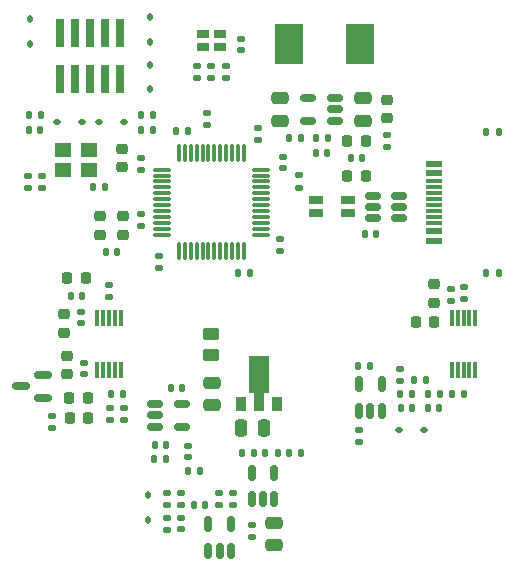
<source format=gbr>
%TF.GenerationSoftware,KiCad,Pcbnew,(7.0.0)*%
%TF.CreationDate,2023-08-19T19:02:20+01:00*%
%TF.ProjectId,Nemesis-MixSigPCB,4e656d65-7369-4732-9d4d-697853696750,rev?*%
%TF.SameCoordinates,Original*%
%TF.FileFunction,Paste,Top*%
%TF.FilePolarity,Positive*%
%FSLAX46Y46*%
G04 Gerber Fmt 4.6, Leading zero omitted, Abs format (unit mm)*
G04 Created by KiCad (PCBNEW (7.0.0)) date 2023-08-19 19:02:20*
%MOMM*%
%LPD*%
G01*
G04 APERTURE LIST*
G04 Aperture macros list*
%AMRoundRect*
0 Rectangle with rounded corners*
0 $1 Rounding radius*
0 $2 $3 $4 $5 $6 $7 $8 $9 X,Y pos of 4 corners*
0 Add a 4 corners polygon primitive as box body*
4,1,4,$2,$3,$4,$5,$6,$7,$8,$9,$2,$3,0*
0 Add four circle primitives for the rounded corners*
1,1,$1+$1,$2,$3*
1,1,$1+$1,$4,$5*
1,1,$1+$1,$6,$7*
1,1,$1+$1,$8,$9*
0 Add four rect primitives between the rounded corners*
20,1,$1+$1,$2,$3,$4,$5,0*
20,1,$1+$1,$4,$5,$6,$7,0*
20,1,$1+$1,$6,$7,$8,$9,0*
20,1,$1+$1,$8,$9,$2,$3,0*%
%AMFreePoly0*
4,1,9,3.862500,-0.866500,0.737500,-0.866500,0.737500,-0.450000,-0.737500,-0.450000,-0.737500,0.450000,0.737500,0.450000,0.737500,0.866500,3.862500,0.866500,3.862500,-0.866500,3.862500,-0.866500,$1*%
G04 Aperture macros list end*
%ADD10R,0.300000X1.450000*%
%ADD11RoundRect,0.140000X-0.170000X0.140000X-0.170000X-0.140000X0.170000X-0.140000X0.170000X0.140000X0*%
%ADD12RoundRect,0.250000X-0.475000X0.250000X-0.475000X-0.250000X0.475000X-0.250000X0.475000X0.250000X0*%
%ADD13RoundRect,0.135000X-0.135000X-0.185000X0.135000X-0.185000X0.135000X0.185000X-0.135000X0.185000X0*%
%ADD14RoundRect,0.140000X0.140000X0.170000X-0.140000X0.170000X-0.140000X-0.170000X0.140000X-0.170000X0*%
%ADD15RoundRect,0.135000X0.185000X-0.135000X0.185000X0.135000X-0.185000X0.135000X-0.185000X-0.135000X0*%
%ADD16RoundRect,0.112500X0.112500X-0.187500X0.112500X0.187500X-0.112500X0.187500X-0.112500X-0.187500X0*%
%ADD17RoundRect,0.075000X-0.662500X-0.075000X0.662500X-0.075000X0.662500X0.075000X-0.662500X0.075000X0*%
%ADD18RoundRect,0.075000X-0.075000X-0.662500X0.075000X-0.662500X0.075000X0.662500X-0.075000X0.662500X0*%
%ADD19RoundRect,0.140000X0.170000X-0.140000X0.170000X0.140000X-0.170000X0.140000X-0.170000X-0.140000X0*%
%ADD20RoundRect,0.135000X-0.185000X0.135000X-0.185000X-0.135000X0.185000X-0.135000X0.185000X0.135000X0*%
%ADD21RoundRect,0.150000X0.150000X-0.512500X0.150000X0.512500X-0.150000X0.512500X-0.150000X-0.512500X0*%
%ADD22RoundRect,0.135000X0.135000X0.185000X-0.135000X0.185000X-0.135000X-0.185000X0.135000X-0.185000X0*%
%ADD23RoundRect,0.225000X0.250000X-0.225000X0.250000X0.225000X-0.250000X0.225000X-0.250000X-0.225000X0*%
%ADD24RoundRect,0.250000X0.450000X-0.262500X0.450000X0.262500X-0.450000X0.262500X-0.450000X-0.262500X0*%
%ADD25R,0.740000X2.400000*%
%ADD26RoundRect,0.218750X0.256250X-0.218750X0.256250X0.218750X-0.256250X0.218750X-0.256250X-0.218750X0*%
%ADD27R,1.450000X0.600000*%
%ADD28R,1.450000X0.300000*%
%ADD29RoundRect,0.150000X0.512500X0.150000X-0.512500X0.150000X-0.512500X-0.150000X0.512500X-0.150000X0*%
%ADD30R,2.350000X3.500000*%
%ADD31RoundRect,0.250000X0.250000X0.475000X-0.250000X0.475000X-0.250000X-0.475000X0.250000X-0.475000X0*%
%ADD32R,1.400000X1.200000*%
%ADD33RoundRect,0.140000X-0.140000X-0.170000X0.140000X-0.170000X0.140000X0.170000X-0.140000X0.170000X0*%
%ADD34RoundRect,0.225000X-0.250000X0.225000X-0.250000X-0.225000X0.250000X-0.225000X0.250000X0.225000X0*%
%ADD35RoundRect,0.150000X0.587500X0.150000X-0.587500X0.150000X-0.587500X-0.150000X0.587500X-0.150000X0*%
%ADD36RoundRect,0.225000X0.225000X0.250000X-0.225000X0.250000X-0.225000X-0.250000X0.225000X-0.250000X0*%
%ADD37RoundRect,0.112500X-0.112500X0.187500X-0.112500X-0.187500X0.112500X-0.187500X0.112500X0.187500X0*%
%ADD38RoundRect,0.112500X0.187500X0.112500X-0.187500X0.112500X-0.187500X-0.112500X0.187500X-0.112500X0*%
%ADD39RoundRect,0.112500X-0.187500X-0.112500X0.187500X-0.112500X0.187500X0.112500X-0.187500X0.112500X0*%
%ADD40RoundRect,0.225000X-0.225000X-0.250000X0.225000X-0.250000X0.225000X0.250000X-0.225000X0.250000X0*%
%ADD41RoundRect,0.150000X-0.512500X-0.150000X0.512500X-0.150000X0.512500X0.150000X-0.512500X0.150000X0*%
%ADD42RoundRect,0.147500X0.147500X0.172500X-0.147500X0.172500X-0.147500X-0.172500X0.147500X-0.172500X0*%
%ADD43R,1.200000X0.700000*%
%ADD44R,0.900000X1.300000*%
%ADD45FreePoly0,90.000000*%
%ADD46R,1.000000X0.800000*%
G04 APERTURE END LIST*
D10*
%TO.C,U303*%
X135349999Y-97219999D03*
X135849999Y-97219999D03*
X136349999Y-97219999D03*
X136849999Y-97219999D03*
X137349999Y-97219999D03*
X137349999Y-92819999D03*
X136849999Y-92819999D03*
X136349999Y-92819999D03*
X135849999Y-92819999D03*
X135349999Y-92819999D03*
%TD*%
%TO.C,U400*%
X165349999Y-97219999D03*
X165849999Y-97219999D03*
X166349999Y-97219999D03*
X166849999Y-97219999D03*
X167349999Y-97219999D03*
X167349999Y-92819999D03*
X166849999Y-92819999D03*
X166349999Y-92819999D03*
X165849999Y-92819999D03*
X165349999Y-92819999D03*
%TD*%
D11*
%TO.C,C303*%
X146850000Y-107620000D03*
X146850000Y-108580000D03*
%TD*%
D12*
%TO.C,C105*%
X157840000Y-74170000D03*
X157840000Y-76070000D03*
%TD*%
D13*
%TO.C,R304*%
X142980000Y-105745000D03*
X144000000Y-105745000D03*
%TD*%
D14*
%TO.C,C306*%
X142520000Y-98720000D03*
X141560000Y-98720000D03*
%TD*%
D15*
%TO.C,R301*%
X141210000Y-110720000D03*
X141210000Y-109700000D03*
%TD*%
D16*
%TO.C,D202*%
X139830000Y-73420000D03*
X139830000Y-71320000D03*
%TD*%
D15*
%TO.C,R103*%
X159840000Y-78280000D03*
X159840000Y-77260000D03*
%TD*%
D17*
%TO.C,U200*%
X140837500Y-80220000D03*
X140837500Y-80720000D03*
X140837500Y-81220000D03*
X140837500Y-81720000D03*
X140837500Y-82220000D03*
X140837500Y-82720000D03*
X140837500Y-83220000D03*
X140837500Y-83720000D03*
X140837500Y-84220000D03*
X140837500Y-84720000D03*
X140837500Y-85220000D03*
X140837500Y-85720000D03*
D18*
X142250000Y-87132500D03*
X142750000Y-87132500D03*
X143250000Y-87132500D03*
X143750000Y-87132500D03*
X144250000Y-87132500D03*
X144750000Y-87132500D03*
X145250000Y-87132500D03*
X145750000Y-87132500D03*
X146250000Y-87132500D03*
X146750000Y-87132500D03*
X147250000Y-87132500D03*
X147750000Y-87132500D03*
D17*
X149162500Y-85720000D03*
X149162500Y-85220000D03*
X149162500Y-84720000D03*
X149162500Y-84220000D03*
X149162500Y-83720000D03*
X149162500Y-83220000D03*
X149162500Y-82720000D03*
X149162500Y-82220000D03*
X149162500Y-81720000D03*
X149162500Y-81220000D03*
X149162500Y-80720000D03*
X149162500Y-80220000D03*
D18*
X147750000Y-78807500D03*
X147250000Y-78807500D03*
X146750000Y-78807500D03*
X146250000Y-78807500D03*
X145750000Y-78807500D03*
X145250000Y-78807500D03*
X144750000Y-78807500D03*
X144250000Y-78807500D03*
X143750000Y-78807500D03*
X143250000Y-78807500D03*
X142750000Y-78807500D03*
X142250000Y-78807500D03*
%TD*%
D14*
%TO.C,C202*%
X148230000Y-89000000D03*
X147270000Y-89000000D03*
%TD*%
%TO.C,C302*%
X144490000Y-108570000D03*
X143530000Y-108570000D03*
%TD*%
D13*
%TO.C,R305*%
X140180000Y-104745000D03*
X141200000Y-104745000D03*
%TD*%
D19*
%TO.C,C305*%
X143000000Y-104545000D03*
X143000000Y-103585000D03*
%TD*%
D14*
%TO.C,C212*%
X130520000Y-76850000D03*
X129560000Y-76850000D03*
%TD*%
D20*
%TO.C,R303*%
X145650000Y-107590000D03*
X145650000Y-108610000D03*
%TD*%
D21*
%TO.C,U102*%
X148400000Y-108137500D03*
X149350000Y-108137500D03*
X150300000Y-108137500D03*
X150300000Y-105862500D03*
X148400000Y-105862500D03*
%TD*%
D13*
%TO.C,R403*%
X162190000Y-98020000D03*
X163210000Y-98020000D03*
%TD*%
D22*
%TO.C,R213*%
X130550000Y-75600000D03*
X129530000Y-75600000D03*
%TD*%
%TO.C,R211*%
X140060000Y-75600000D03*
X139040000Y-75600000D03*
%TD*%
D23*
%TO.C,C200*%
X137400000Y-79995000D03*
X137400000Y-78445000D03*
%TD*%
D15*
%TO.C,R201*%
X129450000Y-81760000D03*
X129450000Y-80740000D03*
%TD*%
D19*
%TO.C,C201*%
X139040000Y-80220000D03*
X139040000Y-79260000D03*
%TD*%
D12*
%TO.C,C104*%
X150840000Y-74170000D03*
X150840000Y-76070000D03*
%TD*%
D19*
%TO.C,C203*%
X151100000Y-80080000D03*
X151100000Y-79120000D03*
%TD*%
D13*
%TO.C,R205*%
X168290000Y-89000000D03*
X169310000Y-89000000D03*
%TD*%
D15*
%TO.C,R207*%
X146250000Y-72470000D03*
X146250000Y-71450000D03*
%TD*%
D23*
%TO.C,C206*%
X137540000Y-85720000D03*
X137540000Y-84170000D03*
%TD*%
%TO.C,C400*%
X163850000Y-91475000D03*
X163850000Y-89925000D03*
%TD*%
D24*
%TO.C,R100*%
X145000000Y-95932500D03*
X145000000Y-94107500D03*
%TD*%
D25*
%TO.C,J201*%
X137289999Y-68619999D03*
X137289999Y-72519999D03*
X136019999Y-68619999D03*
X136019999Y-72519999D03*
X134749999Y-68619999D03*
X134749999Y-72519999D03*
X133479999Y-68619999D03*
X133479999Y-72519999D03*
X132209999Y-68619999D03*
X132209999Y-72519999D03*
%TD*%
D14*
%TO.C,C210*%
X158980000Y-85700000D03*
X158020000Y-85700000D03*
%TD*%
D26*
%TO.C,D100*%
X159840000Y-75887500D03*
X159840000Y-74312500D03*
%TD*%
D11*
%TO.C,C209*%
X130700000Y-80790000D03*
X130700000Y-81750000D03*
%TD*%
D20*
%TO.C,R306*%
X136400000Y-100400000D03*
X136400000Y-101420000D03*
%TD*%
D27*
%TO.C,J200*%
X163844999Y-86219999D03*
X163844999Y-85419999D03*
D28*
X163844999Y-84219999D03*
X163844999Y-83219999D03*
X163844999Y-82719999D03*
X163844999Y-81719999D03*
D27*
X163844999Y-80519999D03*
X163844999Y-79719999D03*
X163844999Y-79719999D03*
X163844999Y-80519999D03*
D28*
X163844999Y-81219999D03*
X163844999Y-82219999D03*
X163844999Y-83719999D03*
X163844999Y-84719999D03*
D27*
X163844999Y-85419999D03*
X163844999Y-86219999D03*
%TD*%
D15*
%TO.C,R300*%
X141210000Y-108610000D03*
X141210000Y-107590000D03*
%TD*%
D29*
%TO.C,U101*%
X155477500Y-76070000D03*
X155477500Y-75120000D03*
X155477500Y-74170000D03*
X153202500Y-74170000D03*
X153202500Y-76070000D03*
%TD*%
D21*
%TO.C,U401*%
X157510000Y-100620000D03*
X158460000Y-100620000D03*
X159410000Y-100620000D03*
X159410000Y-98345000D03*
X157510000Y-98345000D03*
%TD*%
D30*
%TO.C,L101*%
X151539999Y-69604999D03*
X157589999Y-69604999D03*
%TD*%
D20*
%TO.C,R309*%
X136350000Y-90000000D03*
X136350000Y-91020000D03*
%TD*%
D31*
%TO.C,C103*%
X149450000Y-102100000D03*
X147550000Y-102100000D03*
%TD*%
D32*
%TO.C,Y200*%
X134599999Y-78519999D03*
X132399999Y-78519999D03*
X132399999Y-80219999D03*
X134599999Y-80219999D03*
%TD*%
D33*
%TO.C,C307*%
X136520000Y-99200000D03*
X137480000Y-99200000D03*
%TD*%
D22*
%TO.C,R105*%
X152570000Y-104250000D03*
X151550000Y-104250000D03*
%TD*%
D20*
%TO.C,R400*%
X166400000Y-90190000D03*
X166400000Y-91210000D03*
%TD*%
D34*
%TO.C,C312*%
X132502500Y-92470000D03*
X132502500Y-94020000D03*
%TD*%
D33*
%TO.C,C404*%
X161020000Y-100400000D03*
X161980000Y-100400000D03*
%TD*%
D35*
%TO.C,U302*%
X130752500Y-99520000D03*
X130752500Y-97620000D03*
X128877500Y-98570000D03*
%TD*%
D15*
%TO.C,R202*%
X150850000Y-87070000D03*
X150850000Y-86050000D03*
%TD*%
D36*
%TO.C,C100*%
X158075000Y-80770000D03*
X156525000Y-80770000D03*
%TD*%
D12*
%TO.C,C102*%
X145040000Y-98270000D03*
X145040000Y-100170000D03*
%TD*%
D11*
%TO.C,C313*%
X134002500Y-92260000D03*
X134002500Y-93220000D03*
%TD*%
D37*
%TO.C,D201*%
X139800000Y-67300000D03*
X139800000Y-69400000D03*
%TD*%
D14*
%TO.C,C314*%
X134064229Y-90925838D03*
X133104229Y-90925838D03*
%TD*%
D37*
%TO.C,D300*%
X139670000Y-107747500D03*
X139670000Y-109847500D03*
%TD*%
D38*
%TO.C,D204*%
X134040000Y-76220000D03*
X131940000Y-76220000D03*
%TD*%
D39*
%TO.C,D400*%
X160890000Y-102270000D03*
X162990000Y-102270000D03*
%TD*%
D40*
%TO.C,C101*%
X156525000Y-77770000D03*
X158075000Y-77770000D03*
%TD*%
D14*
%TO.C,C108*%
X148590000Y-104242500D03*
X147630000Y-104242500D03*
%TD*%
D41*
%TO.C,U301*%
X140265000Y-100070000D03*
X140265000Y-101020000D03*
X140265000Y-101970000D03*
X142540000Y-101970000D03*
X142540000Y-100070000D03*
%TD*%
D20*
%TO.C,R203*%
X140600000Y-87490000D03*
X140600000Y-88510000D03*
%TD*%
D11*
%TO.C,C211*%
X147490000Y-69160000D03*
X147490000Y-70120000D03*
%TD*%
D23*
%TO.C,C310*%
X132752500Y-97560000D03*
X132752500Y-96010000D03*
%TD*%
D40*
%TO.C,C308*%
X133002500Y-101270000D03*
X134552500Y-101270000D03*
%TD*%
D20*
%TO.C,R308*%
X131502500Y-101035000D03*
X131502500Y-102055000D03*
%TD*%
D13*
%TO.C,R402*%
X163300000Y-99220000D03*
X164320000Y-99220000D03*
%TD*%
D15*
%TO.C,R209*%
X144990000Y-72470000D03*
X144990000Y-71450000D03*
%TD*%
D42*
%TO.C,L200*%
X137040000Y-87220000D03*
X136070000Y-87220000D03*
%TD*%
D22*
%TO.C,R212*%
X140060000Y-76850000D03*
X139040000Y-76850000D03*
%TD*%
D20*
%TO.C,R204*%
X152377500Y-80710000D03*
X152377500Y-81730000D03*
%TD*%
D15*
%TO.C,R200*%
X144600000Y-76400000D03*
X144600000Y-75380000D03*
%TD*%
D14*
%TO.C,C106*%
X154820000Y-78770000D03*
X153860000Y-78770000D03*
%TD*%
D33*
%TO.C,C406*%
X157450000Y-96820000D03*
X158410000Y-96820000D03*
%TD*%
D36*
%TO.C,C315*%
X134359229Y-89425838D03*
X132809229Y-89425838D03*
%TD*%
D19*
%TO.C,C401*%
X165250000Y-91300000D03*
X165250000Y-90340000D03*
%TD*%
D13*
%TO.C,R401*%
X165410000Y-99220000D03*
X166430000Y-99220000D03*
%TD*%
D19*
%TO.C,C301*%
X142410000Y-110670000D03*
X142410000Y-109710000D03*
%TD*%
D33*
%TO.C,C204*%
X142040000Y-76960000D03*
X143000000Y-76960000D03*
%TD*%
%TO.C,C403*%
X163330000Y-100420000D03*
X164290000Y-100420000D03*
%TD*%
D15*
%TO.C,R405*%
X157500000Y-103262500D03*
X157500000Y-102242500D03*
%TD*%
D11*
%TO.C,C405*%
X161000000Y-97120000D03*
X161000000Y-98080000D03*
%TD*%
D23*
%TO.C,C207*%
X135540000Y-85720000D03*
X135540000Y-84170000D03*
%TD*%
D19*
%TO.C,C300*%
X142410000Y-108580000D03*
X142410000Y-107620000D03*
%TD*%
D12*
%TO.C,C107*%
X150300000Y-110095000D03*
X150300000Y-111995000D03*
%TD*%
D43*
%TO.C,L201*%
X156539999Y-83919999D03*
X156539999Y-82819999D03*
X153889999Y-82819999D03*
X153889999Y-83919999D03*
%TD*%
D19*
%TO.C,C205*%
X139040000Y-84950000D03*
X139040000Y-83990000D03*
%TD*%
D44*
%TO.C,U100*%
X147539999Y-100019999D03*
D45*
X149040000Y-99932500D03*
D44*
X150539999Y-100019999D03*
%TD*%
D13*
%TO.C,R102*%
X151580000Y-77520000D03*
X152600000Y-77520000D03*
%TD*%
%TO.C,R101*%
X153830000Y-77520000D03*
X154850000Y-77520000D03*
%TD*%
D22*
%TO.C,R104*%
X150600000Y-104250000D03*
X149580000Y-104250000D03*
%TD*%
D36*
%TO.C,C402*%
X163850000Y-93150000D03*
X162300000Y-93150000D03*
%TD*%
D15*
%TO.C,R208*%
X143750000Y-72470000D03*
X143750000Y-71450000D03*
%TD*%
D20*
%TO.C,R307*%
X137600000Y-100400000D03*
X137600000Y-101420000D03*
%TD*%
D15*
%TO.C,R210*%
X148950000Y-77710000D03*
X148950000Y-76690000D03*
%TD*%
D33*
%TO.C,C304*%
X140210000Y-103545000D03*
X141170000Y-103545000D03*
%TD*%
D13*
%TO.C,R404*%
X160990000Y-99220000D03*
X162010000Y-99220000D03*
%TD*%
D29*
%TO.C,U201*%
X160927500Y-84320000D03*
X160927500Y-83370000D03*
X160927500Y-82420000D03*
X158652500Y-82420000D03*
X158652500Y-83370000D03*
X158652500Y-84320000D03*
%TD*%
D13*
%TO.C,R206*%
X168290000Y-77000000D03*
X169310000Y-77000000D03*
%TD*%
D40*
%TO.C,C309*%
X132977500Y-99520000D03*
X134527500Y-99520000D03*
%TD*%
D14*
%TO.C,C208*%
X135960000Y-81720000D03*
X135000000Y-81720000D03*
%TD*%
D21*
%TO.C,U300*%
X144750000Y-112467500D03*
X145700000Y-112467500D03*
X146650000Y-112467500D03*
X146650000Y-110192500D03*
X144750000Y-110192500D03*
%TD*%
D16*
%TO.C,D205*%
X129680000Y-69570000D03*
X129680000Y-67470000D03*
%TD*%
D15*
%TO.C,R302*%
X148400000Y-111310000D03*
X148400000Y-110290000D03*
%TD*%
D42*
%TO.C,L100*%
X157785000Y-79270000D03*
X156815000Y-79270000D03*
%TD*%
D19*
%TO.C,C311*%
X134252500Y-97520000D03*
X134252500Y-96560000D03*
%TD*%
D38*
%TO.C,D203*%
X137590000Y-76220000D03*
X135490000Y-76220000D03*
%TD*%
D46*
%TO.C,D200*%
X144249999Y-68719999D03*
X145749999Y-68719999D03*
X145749999Y-69819999D03*
X144249999Y-69819999D03*
%TD*%
M02*

</source>
